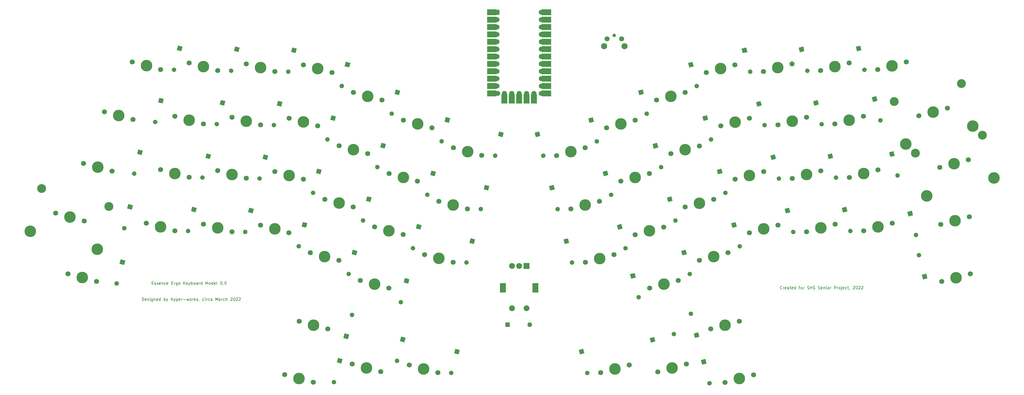
<source format=gts>
%TF.GenerationSoftware,KiCad,Pcbnew,(5.1.9)-1*%
%TF.CreationDate,2022-03-20T18:04:18-04:00*%
%TF.ProjectId,essence-pcb-rev_1,65737365-6e63-4652-9d70-63622d726576,rev?*%
%TF.SameCoordinates,Original*%
%TF.FileFunction,Soldermask,Top*%
%TF.FilePolarity,Negative*%
%FSLAX46Y46*%
G04 Gerber Fmt 4.6, Leading zero omitted, Abs format (unit mm)*
G04 Created by KiCad (PCBNEW (5.1.9)-1) date 2022-03-20 18:04:18*
%MOMM*%
%LPD*%
G01*
G04 APERTURE LIST*
%ADD10C,0.150000*%
%ADD11C,1.200000*%
%ADD12C,2.100000*%
%ADD13C,1.750000*%
%ADD14R,2.000000X3.250000*%
%ADD15R,3.250000X2.000000*%
%ADD16C,1.752600*%
%ADD17R,1.752600X1.752600*%
%ADD18C,2.000000*%
%ADD19R,2.000000X3.200000*%
%ADD20R,2.000000X2.000000*%
%ADD21C,3.987800*%
%ADD22C,3.048000*%
%ADD23O,1.600000X1.600000*%
%ADD24R,1.600000X1.600000*%
%ADD25C,0.100000*%
G04 APERTURE END LIST*
D10*
X84719047Y-134596130D02*
X84719047Y-133596130D01*
X84957142Y-133596130D01*
X85100000Y-133643750D01*
X85195238Y-133738988D01*
X85242857Y-133834226D01*
X85290476Y-134024702D01*
X85290476Y-134167559D01*
X85242857Y-134358035D01*
X85195238Y-134453273D01*
X85100000Y-134548511D01*
X84957142Y-134596130D01*
X84719047Y-134596130D01*
X86100000Y-134548511D02*
X86004761Y-134596130D01*
X85814285Y-134596130D01*
X85719047Y-134548511D01*
X85671428Y-134453273D01*
X85671428Y-134072321D01*
X85719047Y-133977083D01*
X85814285Y-133929464D01*
X86004761Y-133929464D01*
X86100000Y-133977083D01*
X86147619Y-134072321D01*
X86147619Y-134167559D01*
X85671428Y-134262797D01*
X86528571Y-134548511D02*
X86623809Y-134596130D01*
X86814285Y-134596130D01*
X86909523Y-134548511D01*
X86957142Y-134453273D01*
X86957142Y-134405654D01*
X86909523Y-134310416D01*
X86814285Y-134262797D01*
X86671428Y-134262797D01*
X86576190Y-134215178D01*
X86528571Y-134119940D01*
X86528571Y-134072321D01*
X86576190Y-133977083D01*
X86671428Y-133929464D01*
X86814285Y-133929464D01*
X86909523Y-133977083D01*
X87385714Y-134596130D02*
X87385714Y-133929464D01*
X87385714Y-133596130D02*
X87338095Y-133643750D01*
X87385714Y-133691369D01*
X87433333Y-133643750D01*
X87385714Y-133596130D01*
X87385714Y-133691369D01*
X88290476Y-133929464D02*
X88290476Y-134738988D01*
X88242857Y-134834226D01*
X88195238Y-134881845D01*
X88100000Y-134929464D01*
X87957142Y-134929464D01*
X87861904Y-134881845D01*
X88290476Y-134548511D02*
X88195238Y-134596130D01*
X88004761Y-134596130D01*
X87909523Y-134548511D01*
X87861904Y-134500892D01*
X87814285Y-134405654D01*
X87814285Y-134119940D01*
X87861904Y-134024702D01*
X87909523Y-133977083D01*
X88004761Y-133929464D01*
X88195238Y-133929464D01*
X88290476Y-133977083D01*
X88766666Y-133929464D02*
X88766666Y-134596130D01*
X88766666Y-134024702D02*
X88814285Y-133977083D01*
X88909523Y-133929464D01*
X89052380Y-133929464D01*
X89147619Y-133977083D01*
X89195238Y-134072321D01*
X89195238Y-134596130D01*
X90052380Y-134548511D02*
X89957142Y-134596130D01*
X89766666Y-134596130D01*
X89671428Y-134548511D01*
X89623809Y-134453273D01*
X89623809Y-134072321D01*
X89671428Y-133977083D01*
X89766666Y-133929464D01*
X89957142Y-133929464D01*
X90052380Y-133977083D01*
X90100000Y-134072321D01*
X90100000Y-134167559D01*
X89623809Y-134262797D01*
X90957142Y-134596130D02*
X90957142Y-133596130D01*
X90957142Y-134548511D02*
X90861904Y-134596130D01*
X90671428Y-134596130D01*
X90576190Y-134548511D01*
X90528571Y-134500892D01*
X90480952Y-134405654D01*
X90480952Y-134119940D01*
X90528571Y-134024702D01*
X90576190Y-133977083D01*
X90671428Y-133929464D01*
X90861904Y-133929464D01*
X90957142Y-133977083D01*
X92195238Y-134596130D02*
X92195238Y-133596130D01*
X92195238Y-133977083D02*
X92290476Y-133929464D01*
X92480952Y-133929464D01*
X92576190Y-133977083D01*
X92623809Y-134024702D01*
X92671428Y-134119940D01*
X92671428Y-134405654D01*
X92623809Y-134500892D01*
X92576190Y-134548511D01*
X92480952Y-134596130D01*
X92290476Y-134596130D01*
X92195238Y-134548511D01*
X93004761Y-133929464D02*
X93242857Y-134596130D01*
X93480952Y-133929464D02*
X93242857Y-134596130D01*
X93147619Y-134834226D01*
X93100000Y-134881845D01*
X93004761Y-134929464D01*
X94623809Y-134596130D02*
X94623809Y-133596130D01*
X94623809Y-134072321D02*
X95195238Y-134072321D01*
X95195238Y-134596130D02*
X95195238Y-133596130D01*
X95576190Y-133929464D02*
X95814285Y-134596130D01*
X96052380Y-133929464D02*
X95814285Y-134596130D01*
X95719047Y-134834226D01*
X95671428Y-134881845D01*
X95576190Y-134929464D01*
X96433333Y-133929464D02*
X96433333Y-134929464D01*
X96433333Y-133977083D02*
X96528571Y-133929464D01*
X96719047Y-133929464D01*
X96814285Y-133977083D01*
X96861904Y-134024702D01*
X96909523Y-134119940D01*
X96909523Y-134405654D01*
X96861904Y-134500892D01*
X96814285Y-134548511D01*
X96719047Y-134596130D01*
X96528571Y-134596130D01*
X96433333Y-134548511D01*
X97719047Y-134548511D02*
X97623809Y-134596130D01*
X97433333Y-134596130D01*
X97338095Y-134548511D01*
X97290476Y-134453273D01*
X97290476Y-134072321D01*
X97338095Y-133977083D01*
X97433333Y-133929464D01*
X97623809Y-133929464D01*
X97719047Y-133977083D01*
X97766666Y-134072321D01*
X97766666Y-134167559D01*
X97290476Y-134262797D01*
X98195238Y-134596130D02*
X98195238Y-133929464D01*
X98195238Y-134119940D02*
X98242857Y-134024702D01*
X98290476Y-133977083D01*
X98385714Y-133929464D01*
X98480952Y-133929464D01*
X98814285Y-134215178D02*
X99576190Y-134215178D01*
X99957142Y-133929464D02*
X100147619Y-134596130D01*
X100338095Y-134119940D01*
X100528571Y-134596130D01*
X100719047Y-133929464D01*
X101242857Y-134596130D02*
X101147619Y-134548511D01*
X101100000Y-134500892D01*
X101052380Y-134405654D01*
X101052380Y-134119940D01*
X101100000Y-134024702D01*
X101147619Y-133977083D01*
X101242857Y-133929464D01*
X101385714Y-133929464D01*
X101480952Y-133977083D01*
X101528571Y-134024702D01*
X101576190Y-134119940D01*
X101576190Y-134405654D01*
X101528571Y-134500892D01*
X101480952Y-134548511D01*
X101385714Y-134596130D01*
X101242857Y-134596130D01*
X102004761Y-134596130D02*
X102004761Y-133929464D01*
X102004761Y-134119940D02*
X102052380Y-134024702D01*
X102100000Y-133977083D01*
X102195238Y-133929464D01*
X102290476Y-133929464D01*
X102623809Y-134596130D02*
X102623809Y-133596130D01*
X102719047Y-134215178D02*
X103004761Y-134596130D01*
X103004761Y-133929464D02*
X102623809Y-134310416D01*
X103385714Y-134548511D02*
X103480952Y-134596130D01*
X103671428Y-134596130D01*
X103766666Y-134548511D01*
X103814285Y-134453273D01*
X103814285Y-134405654D01*
X103766666Y-134310416D01*
X103671428Y-134262797D01*
X103528571Y-134262797D01*
X103433333Y-134215178D01*
X103385714Y-134119940D01*
X103385714Y-134072321D01*
X103433333Y-133977083D01*
X103528571Y-133929464D01*
X103671428Y-133929464D01*
X103766666Y-133977083D01*
X104290476Y-134548511D02*
X104290476Y-134596130D01*
X104242857Y-134691369D01*
X104195238Y-134738988D01*
X105909523Y-134548511D02*
X105814285Y-134596130D01*
X105623809Y-134596130D01*
X105528571Y-134548511D01*
X105480952Y-134500892D01*
X105433333Y-134405654D01*
X105433333Y-134119940D01*
X105480952Y-134024702D01*
X105528571Y-133977083D01*
X105623809Y-133929464D01*
X105814285Y-133929464D01*
X105909523Y-133977083D01*
X106338095Y-134596130D02*
X106338095Y-133929464D01*
X106338095Y-133596130D02*
X106290476Y-133643750D01*
X106338095Y-133691369D01*
X106385714Y-133643750D01*
X106338095Y-133596130D01*
X106338095Y-133691369D01*
X106814285Y-134596130D02*
X106814285Y-133929464D01*
X106814285Y-134119940D02*
X106861904Y-134024702D01*
X106909523Y-133977083D01*
X107004761Y-133929464D01*
X107100000Y-133929464D01*
X107861904Y-134548511D02*
X107766666Y-134596130D01*
X107576190Y-134596130D01*
X107480952Y-134548511D01*
X107433333Y-134500892D01*
X107385714Y-134405654D01*
X107385714Y-134119940D01*
X107433333Y-134024702D01*
X107480952Y-133977083D01*
X107576190Y-133929464D01*
X107766666Y-133929464D01*
X107861904Y-133977083D01*
X108719047Y-134596130D02*
X108719047Y-134072321D01*
X108671428Y-133977083D01*
X108576190Y-133929464D01*
X108385714Y-133929464D01*
X108290476Y-133977083D01*
X108719047Y-134548511D02*
X108623809Y-134596130D01*
X108385714Y-134596130D01*
X108290476Y-134548511D01*
X108242857Y-134453273D01*
X108242857Y-134358035D01*
X108290476Y-134262797D01*
X108385714Y-134215178D01*
X108623809Y-134215178D01*
X108719047Y-134167559D01*
X109957142Y-134596130D02*
X109957142Y-133596130D01*
X110290476Y-134310416D01*
X110623809Y-133596130D01*
X110623809Y-134596130D01*
X111528571Y-134596130D02*
X111528571Y-134072321D01*
X111480952Y-133977083D01*
X111385714Y-133929464D01*
X111195238Y-133929464D01*
X111100000Y-133977083D01*
X111528571Y-134548511D02*
X111433333Y-134596130D01*
X111195238Y-134596130D01*
X111100000Y-134548511D01*
X111052380Y-134453273D01*
X111052380Y-134358035D01*
X111100000Y-134262797D01*
X111195238Y-134215178D01*
X111433333Y-134215178D01*
X111528571Y-134167559D01*
X112004761Y-134596130D02*
X112004761Y-133929464D01*
X112004761Y-134119940D02*
X112052380Y-134024702D01*
X112100000Y-133977083D01*
X112195238Y-133929464D01*
X112290476Y-133929464D01*
X113052380Y-134548511D02*
X112957142Y-134596130D01*
X112766666Y-134596130D01*
X112671428Y-134548511D01*
X112623809Y-134500892D01*
X112576190Y-134405654D01*
X112576190Y-134119940D01*
X112623809Y-134024702D01*
X112671428Y-133977083D01*
X112766666Y-133929464D01*
X112957142Y-133929464D01*
X113052380Y-133977083D01*
X113480952Y-134596130D02*
X113480952Y-133596130D01*
X113909523Y-134596130D02*
X113909523Y-134072321D01*
X113861904Y-133977083D01*
X113766666Y-133929464D01*
X113623809Y-133929464D01*
X113528571Y-133977083D01*
X113480952Y-134024702D01*
X115100000Y-133691369D02*
X115147619Y-133643750D01*
X115242857Y-133596130D01*
X115480952Y-133596130D01*
X115576190Y-133643750D01*
X115623809Y-133691369D01*
X115671428Y-133786607D01*
X115671428Y-133881845D01*
X115623809Y-134024702D01*
X115052380Y-134596130D01*
X115671428Y-134596130D01*
X116290476Y-133596130D02*
X116385714Y-133596130D01*
X116480952Y-133643750D01*
X116528571Y-133691369D01*
X116576190Y-133786607D01*
X116623809Y-133977083D01*
X116623809Y-134215178D01*
X116576190Y-134405654D01*
X116528571Y-134500892D01*
X116480952Y-134548511D01*
X116385714Y-134596130D01*
X116290476Y-134596130D01*
X116195238Y-134548511D01*
X116147619Y-134500892D01*
X116100000Y-134405654D01*
X116052380Y-134215178D01*
X116052380Y-133977083D01*
X116100000Y-133786607D01*
X116147619Y-133691369D01*
X116195238Y-133643750D01*
X116290476Y-133596130D01*
X117004761Y-133691369D02*
X117052380Y-133643750D01*
X117147619Y-133596130D01*
X117385714Y-133596130D01*
X117480952Y-133643750D01*
X117528571Y-133691369D01*
X117576190Y-133786607D01*
X117576190Y-133881845D01*
X117528571Y-134024702D01*
X116957142Y-134596130D01*
X117576190Y-134596130D01*
X117957142Y-133691369D02*
X118004761Y-133643750D01*
X118100000Y-133596130D01*
X118338095Y-133596130D01*
X118433333Y-133643750D01*
X118480952Y-133691369D01*
X118528571Y-133786607D01*
X118528571Y-133881845D01*
X118480952Y-134024702D01*
X117909523Y-134596130D01*
X118528571Y-134596130D01*
X88068154Y-128516071D02*
X88401488Y-128516071D01*
X88544345Y-129039880D02*
X88068154Y-129039880D01*
X88068154Y-128039880D01*
X88544345Y-128039880D01*
X88925297Y-128992261D02*
X89020535Y-129039880D01*
X89211011Y-129039880D01*
X89306250Y-128992261D01*
X89353869Y-128897023D01*
X89353869Y-128849404D01*
X89306250Y-128754166D01*
X89211011Y-128706547D01*
X89068154Y-128706547D01*
X88972916Y-128658928D01*
X88925297Y-128563690D01*
X88925297Y-128516071D01*
X88972916Y-128420833D01*
X89068154Y-128373214D01*
X89211011Y-128373214D01*
X89306250Y-128420833D01*
X89734821Y-128992261D02*
X89830059Y-129039880D01*
X90020535Y-129039880D01*
X90115773Y-128992261D01*
X90163392Y-128897023D01*
X90163392Y-128849404D01*
X90115773Y-128754166D01*
X90020535Y-128706547D01*
X89877678Y-128706547D01*
X89782440Y-128658928D01*
X89734821Y-128563690D01*
X89734821Y-128516071D01*
X89782440Y-128420833D01*
X89877678Y-128373214D01*
X90020535Y-128373214D01*
X90115773Y-128420833D01*
X90972916Y-128992261D02*
X90877678Y-129039880D01*
X90687202Y-129039880D01*
X90591964Y-128992261D01*
X90544345Y-128897023D01*
X90544345Y-128516071D01*
X90591964Y-128420833D01*
X90687202Y-128373214D01*
X90877678Y-128373214D01*
X90972916Y-128420833D01*
X91020535Y-128516071D01*
X91020535Y-128611309D01*
X90544345Y-128706547D01*
X91449107Y-128373214D02*
X91449107Y-129039880D01*
X91449107Y-128468452D02*
X91496726Y-128420833D01*
X91591964Y-128373214D01*
X91734821Y-128373214D01*
X91830059Y-128420833D01*
X91877678Y-128516071D01*
X91877678Y-129039880D01*
X92782440Y-128992261D02*
X92687202Y-129039880D01*
X92496726Y-129039880D01*
X92401488Y-128992261D01*
X92353869Y-128944642D01*
X92306250Y-128849404D01*
X92306250Y-128563690D01*
X92353869Y-128468452D01*
X92401488Y-128420833D01*
X92496726Y-128373214D01*
X92687202Y-128373214D01*
X92782440Y-128420833D01*
X93591964Y-128992261D02*
X93496726Y-129039880D01*
X93306250Y-129039880D01*
X93211011Y-128992261D01*
X93163392Y-128897023D01*
X93163392Y-128516071D01*
X93211011Y-128420833D01*
X93306250Y-128373214D01*
X93496726Y-128373214D01*
X93591964Y-128420833D01*
X93639583Y-128516071D01*
X93639583Y-128611309D01*
X93163392Y-128706547D01*
X94830059Y-128516071D02*
X95163392Y-128516071D01*
X95306250Y-129039880D02*
X94830059Y-129039880D01*
X94830059Y-128039880D01*
X95306250Y-128039880D01*
X95734821Y-129039880D02*
X95734821Y-128373214D01*
X95734821Y-128563690D02*
X95782440Y-128468452D01*
X95830059Y-128420833D01*
X95925297Y-128373214D01*
X96020535Y-128373214D01*
X96782440Y-128373214D02*
X96782440Y-129182738D01*
X96734821Y-129277976D01*
X96687202Y-129325595D01*
X96591964Y-129373214D01*
X96449107Y-129373214D01*
X96353869Y-129325595D01*
X96782440Y-128992261D02*
X96687202Y-129039880D01*
X96496726Y-129039880D01*
X96401488Y-128992261D01*
X96353869Y-128944642D01*
X96306250Y-128849404D01*
X96306250Y-128563690D01*
X96353869Y-128468452D01*
X96401488Y-128420833D01*
X96496726Y-128373214D01*
X96687202Y-128373214D01*
X96782440Y-128420833D01*
X97401488Y-129039880D02*
X97306250Y-128992261D01*
X97258630Y-128944642D01*
X97211011Y-128849404D01*
X97211011Y-128563690D01*
X97258630Y-128468452D01*
X97306250Y-128420833D01*
X97401488Y-128373214D01*
X97544345Y-128373214D01*
X97639583Y-128420833D01*
X97687202Y-128468452D01*
X97734821Y-128563690D01*
X97734821Y-128849404D01*
X97687202Y-128944642D01*
X97639583Y-128992261D01*
X97544345Y-129039880D01*
X97401488Y-129039880D01*
X98925297Y-129039880D02*
X98925297Y-128039880D01*
X99496726Y-129039880D02*
X99068154Y-128468452D01*
X99496726Y-128039880D02*
X98925297Y-128611309D01*
X100306250Y-128992261D02*
X100211011Y-129039880D01*
X100020535Y-129039880D01*
X99925297Y-128992261D01*
X99877678Y-128897023D01*
X99877678Y-128516071D01*
X99925297Y-128420833D01*
X100020535Y-128373214D01*
X100211011Y-128373214D01*
X100306250Y-128420833D01*
X100353869Y-128516071D01*
X100353869Y-128611309D01*
X99877678Y-128706547D01*
X100687202Y-128373214D02*
X100925297Y-129039880D01*
X101163392Y-128373214D02*
X100925297Y-129039880D01*
X100830059Y-129277976D01*
X100782440Y-129325595D01*
X100687202Y-129373214D01*
X101544345Y-129039880D02*
X101544345Y-128039880D01*
X101544345Y-128420833D02*
X101639583Y-128373214D01*
X101830059Y-128373214D01*
X101925297Y-128420833D01*
X101972916Y-128468452D01*
X102020535Y-128563690D01*
X102020535Y-128849404D01*
X101972916Y-128944642D01*
X101925297Y-128992261D01*
X101830059Y-129039880D01*
X101639583Y-129039880D01*
X101544345Y-128992261D01*
X102591964Y-129039880D02*
X102496726Y-128992261D01*
X102449107Y-128944642D01*
X102401488Y-128849404D01*
X102401488Y-128563690D01*
X102449107Y-128468452D01*
X102496726Y-128420833D01*
X102591964Y-128373214D01*
X102734821Y-128373214D01*
X102830059Y-128420833D01*
X102877678Y-128468452D01*
X102925297Y-128563690D01*
X102925297Y-128849404D01*
X102877678Y-128944642D01*
X102830059Y-128992261D01*
X102734821Y-129039880D01*
X102591964Y-129039880D01*
X103782440Y-129039880D02*
X103782440Y-128516071D01*
X103734821Y-128420833D01*
X103639583Y-128373214D01*
X103449107Y-128373214D01*
X103353869Y-128420833D01*
X103782440Y-128992261D02*
X103687202Y-129039880D01*
X103449107Y-129039880D01*
X103353869Y-128992261D01*
X103306250Y-128897023D01*
X103306250Y-128801785D01*
X103353869Y-128706547D01*
X103449107Y-128658928D01*
X103687202Y-128658928D01*
X103782440Y-128611309D01*
X104258630Y-129039880D02*
X104258630Y-128373214D01*
X104258630Y-128563690D02*
X104306250Y-128468452D01*
X104353869Y-128420833D01*
X104449107Y-128373214D01*
X104544345Y-128373214D01*
X105306250Y-129039880D02*
X105306250Y-128039880D01*
X105306250Y-128992261D02*
X105211011Y-129039880D01*
X105020535Y-129039880D01*
X104925297Y-128992261D01*
X104877678Y-128944642D01*
X104830059Y-128849404D01*
X104830059Y-128563690D01*
X104877678Y-128468452D01*
X104925297Y-128420833D01*
X105020535Y-128373214D01*
X105211011Y-128373214D01*
X105306250Y-128420833D01*
X106544345Y-129039880D02*
X106544345Y-128039880D01*
X106877678Y-128754166D01*
X107211011Y-128039880D01*
X107211011Y-129039880D01*
X107830059Y-129039880D02*
X107734821Y-128992261D01*
X107687202Y-128944642D01*
X107639583Y-128849404D01*
X107639583Y-128563690D01*
X107687202Y-128468452D01*
X107734821Y-128420833D01*
X107830059Y-128373214D01*
X107972916Y-128373214D01*
X108068154Y-128420833D01*
X108115773Y-128468452D01*
X108163392Y-128563690D01*
X108163392Y-128849404D01*
X108115773Y-128944642D01*
X108068154Y-128992261D01*
X107972916Y-129039880D01*
X107830059Y-129039880D01*
X109020535Y-129039880D02*
X109020535Y-128039880D01*
X109020535Y-128992261D02*
X108925297Y-129039880D01*
X108734821Y-129039880D01*
X108639583Y-128992261D01*
X108591964Y-128944642D01*
X108544345Y-128849404D01*
X108544345Y-128563690D01*
X108591964Y-128468452D01*
X108639583Y-128420833D01*
X108734821Y-128373214D01*
X108925297Y-128373214D01*
X109020535Y-128420833D01*
X109877678Y-128992261D02*
X109782440Y-129039880D01*
X109591964Y-129039880D01*
X109496726Y-128992261D01*
X109449107Y-128897023D01*
X109449107Y-128516071D01*
X109496726Y-128420833D01*
X109591964Y-128373214D01*
X109782440Y-128373214D01*
X109877678Y-128420833D01*
X109925297Y-128516071D01*
X109925297Y-128611309D01*
X109449107Y-128706547D01*
X110496726Y-129039880D02*
X110401488Y-128992261D01*
X110353869Y-128897023D01*
X110353869Y-128039880D01*
X111830059Y-128039880D02*
X111925297Y-128039880D01*
X112020535Y-128087500D01*
X112068154Y-128135119D01*
X112115773Y-128230357D01*
X112163392Y-128420833D01*
X112163392Y-128658928D01*
X112115773Y-128849404D01*
X112068154Y-128944642D01*
X112020535Y-128992261D01*
X111925297Y-129039880D01*
X111830059Y-129039880D01*
X111734821Y-128992261D01*
X111687202Y-128944642D01*
X111639583Y-128849404D01*
X111591964Y-128658928D01*
X111591964Y-128420833D01*
X111639583Y-128230357D01*
X111687202Y-128135119D01*
X111734821Y-128087500D01*
X111830059Y-128039880D01*
X112591964Y-128944642D02*
X112639583Y-128992261D01*
X112591964Y-129039880D01*
X112544345Y-128992261D01*
X112591964Y-128944642D01*
X112591964Y-129039880D01*
X113258630Y-128039880D02*
X113353869Y-128039880D01*
X113449107Y-128087500D01*
X113496726Y-128135119D01*
X113544345Y-128230357D01*
X113591964Y-128420833D01*
X113591964Y-128658928D01*
X113544345Y-128849404D01*
X113496726Y-128944642D01*
X113449107Y-128992261D01*
X113353869Y-129039880D01*
X113258630Y-129039880D01*
X113163392Y-128992261D01*
X113115773Y-128944642D01*
X113068154Y-128849404D01*
X113020535Y-128658928D01*
X113020535Y-128420833D01*
X113068154Y-128230357D01*
X113115773Y-128135119D01*
X113163392Y-128087500D01*
X113258630Y-128039880D01*
X304674702Y-130532142D02*
X304627083Y-130579761D01*
X304484226Y-130627380D01*
X304388988Y-130627380D01*
X304246130Y-130579761D01*
X304150892Y-130484523D01*
X304103273Y-130389285D01*
X304055654Y-130198809D01*
X304055654Y-130055952D01*
X304103273Y-129865476D01*
X304150892Y-129770238D01*
X304246130Y-129675000D01*
X304388988Y-129627380D01*
X304484226Y-129627380D01*
X304627083Y-129675000D01*
X304674702Y-129722619D01*
X305103273Y-130627380D02*
X305103273Y-129960714D01*
X305103273Y-130151190D02*
X305150892Y-130055952D01*
X305198511Y-130008333D01*
X305293750Y-129960714D01*
X305388988Y-129960714D01*
X306103273Y-130579761D02*
X306008035Y-130627380D01*
X305817559Y-130627380D01*
X305722321Y-130579761D01*
X305674702Y-130484523D01*
X305674702Y-130103571D01*
X305722321Y-130008333D01*
X305817559Y-129960714D01*
X306008035Y-129960714D01*
X306103273Y-130008333D01*
X306150892Y-130103571D01*
X306150892Y-130198809D01*
X305674702Y-130294047D01*
X307008035Y-130627380D02*
X307008035Y-130103571D01*
X306960416Y-130008333D01*
X306865178Y-129960714D01*
X306674702Y-129960714D01*
X306579464Y-130008333D01*
X307008035Y-130579761D02*
X306912797Y-130627380D01*
X306674702Y-130627380D01*
X306579464Y-130579761D01*
X306531845Y-130484523D01*
X306531845Y-130389285D01*
X306579464Y-130294047D01*
X306674702Y-130246428D01*
X306912797Y-130246428D01*
X307008035Y-130198809D01*
X307341369Y-129960714D02*
X307722321Y-129960714D01*
X307484226Y-129627380D02*
X307484226Y-130484523D01*
X307531845Y-130579761D01*
X307627083Y-130627380D01*
X307722321Y-130627380D01*
X308436607Y-130579761D02*
X308341369Y-130627380D01*
X308150892Y-130627380D01*
X308055654Y-130579761D01*
X308008035Y-130484523D01*
X308008035Y-130103571D01*
X308055654Y-130008333D01*
X308150892Y-129960714D01*
X308341369Y-129960714D01*
X308436607Y-130008333D01*
X308484226Y-130103571D01*
X308484226Y-130198809D01*
X308008035Y-130294047D01*
X309341369Y-130627380D02*
X309341369Y-129627380D01*
X309341369Y-130579761D02*
X309246130Y-130627380D01*
X309055654Y-130627380D01*
X308960416Y-130579761D01*
X308912797Y-130532142D01*
X308865178Y-130436904D01*
X308865178Y-130151190D01*
X308912797Y-130055952D01*
X308960416Y-130008333D01*
X309055654Y-129960714D01*
X309246130Y-129960714D01*
X309341369Y-130008333D01*
X310436607Y-129960714D02*
X310817559Y-129960714D01*
X310579464Y-130627380D02*
X310579464Y-129770238D01*
X310627083Y-129675000D01*
X310722321Y-129627380D01*
X310817559Y-129627380D01*
X311293750Y-130627380D02*
X311198511Y-130579761D01*
X311150892Y-130532142D01*
X311103273Y-130436904D01*
X311103273Y-130151190D01*
X311150892Y-130055952D01*
X311198511Y-130008333D01*
X311293750Y-129960714D01*
X311436607Y-129960714D01*
X311531845Y-130008333D01*
X311579464Y-130055952D01*
X311627083Y-130151190D01*
X311627083Y-130436904D01*
X311579464Y-130532142D01*
X311531845Y-130579761D01*
X311436607Y-130627380D01*
X311293750Y-130627380D01*
X312055654Y-130627380D02*
X312055654Y-129960714D01*
X312055654Y-130151190D02*
X312103273Y-130055952D01*
X312150892Y-130008333D01*
X312246130Y-129960714D01*
X312341369Y-129960714D01*
X313388988Y-130579761D02*
X313531845Y-130627380D01*
X313769940Y-130627380D01*
X313865178Y-130579761D01*
X313912797Y-130532142D01*
X313960416Y-130436904D01*
X313960416Y-130341666D01*
X313912797Y-130246428D01*
X313865178Y-130198809D01*
X313769940Y-130151190D01*
X313579464Y-130103571D01*
X313484226Y-130055952D01*
X313436607Y-130008333D01*
X313388988Y-129913095D01*
X313388988Y-129817857D01*
X313436607Y-129722619D01*
X313484226Y-129675000D01*
X313579464Y-129627380D01*
X313817559Y-129627380D01*
X313960416Y-129675000D01*
X314388988Y-130627380D02*
X314388988Y-129627380D01*
X314388988Y-130103571D02*
X314960416Y-130103571D01*
X314960416Y-130627380D02*
X314960416Y-129627380D01*
X315388988Y-130579761D02*
X315531845Y-130627380D01*
X315769940Y-130627380D01*
X315865178Y-130579761D01*
X315912797Y-130532142D01*
X315960416Y-130436904D01*
X315960416Y-130341666D01*
X315912797Y-130246428D01*
X315865178Y-130198809D01*
X315769940Y-130151190D01*
X315579464Y-130103571D01*
X315484226Y-130055952D01*
X315436607Y-130008333D01*
X315388988Y-129913095D01*
X315388988Y-129817857D01*
X315436607Y-129722619D01*
X315484226Y-129675000D01*
X315579464Y-129627380D01*
X315817559Y-129627380D01*
X315960416Y-129675000D01*
X317103273Y-130579761D02*
X317246130Y-130627380D01*
X317484226Y-130627380D01*
X317579464Y-130579761D01*
X317627083Y-130532142D01*
X317674702Y-130436904D01*
X317674702Y-130341666D01*
X317627083Y-130246428D01*
X317579464Y-130198809D01*
X317484226Y-130151190D01*
X317293750Y-130103571D01*
X317198511Y-130055952D01*
X317150892Y-130008333D01*
X317103273Y-129913095D01*
X317103273Y-129817857D01*
X317150892Y-129722619D01*
X317198511Y-129675000D01*
X317293750Y-129627380D01*
X317531845Y-129627380D01*
X317674702Y-129675000D01*
X318484226Y-130579761D02*
X318388988Y-130627380D01*
X318198511Y-130627380D01*
X318103273Y-130579761D01*
X318055654Y-130484523D01*
X318055654Y-130103571D01*
X318103273Y-130008333D01*
X318198511Y-129960714D01*
X318388988Y-129960714D01*
X318484226Y-130008333D01*
X318531845Y-130103571D01*
X318531845Y-130198809D01*
X318055654Y-130294047D01*
X318960416Y-129960714D02*
X318960416Y-130627380D01*
X318960416Y-130055952D02*
X319008035Y-130008333D01*
X319103273Y-129960714D01*
X319246130Y-129960714D01*
X319341369Y-130008333D01*
X319388988Y-130103571D01*
X319388988Y-130627380D01*
X319865178Y-130627380D02*
X319865178Y-129960714D01*
X319865178Y-129627380D02*
X319817559Y-129675000D01*
X319865178Y-129722619D01*
X319912797Y-129675000D01*
X319865178Y-129627380D01*
X319865178Y-129722619D01*
X320484226Y-130627380D02*
X320388988Y-130579761D01*
X320341369Y-130532142D01*
X320293750Y-130436904D01*
X320293750Y-130151190D01*
X320341369Y-130055952D01*
X320388988Y-130008333D01*
X320484226Y-129960714D01*
X320627083Y-129960714D01*
X320722321Y-130008333D01*
X320769940Y-130055952D01*
X320817559Y-130151190D01*
X320817559Y-130436904D01*
X320769940Y-130532142D01*
X320722321Y-130579761D01*
X320627083Y-130627380D01*
X320484226Y-130627380D01*
X321246130Y-130627380D02*
X321246130Y-129960714D01*
X321246130Y-130151190D02*
X321293750Y-130055952D01*
X321341369Y-130008333D01*
X321436607Y-129960714D01*
X321531845Y-129960714D01*
X322627083Y-130627380D02*
X322627083Y-129627380D01*
X323008035Y-129627380D01*
X323103273Y-129675000D01*
X323150892Y-129722619D01*
X323198511Y-129817857D01*
X323198511Y-129960714D01*
X323150892Y-130055952D01*
X323103273Y-130103571D01*
X323008035Y-130151190D01*
X322627083Y-130151190D01*
X323627083Y-130627380D02*
X323627083Y-129960714D01*
X323627083Y-130151190D02*
X323674702Y-130055952D01*
X323722321Y-130008333D01*
X323817559Y-129960714D01*
X323912797Y-129960714D01*
X324388988Y-130627380D02*
X324293750Y-130579761D01*
X324246130Y-130532142D01*
X324198511Y-130436904D01*
X324198511Y-130151190D01*
X324246130Y-130055952D01*
X324293750Y-130008333D01*
X324388988Y-129960714D01*
X324531845Y-129960714D01*
X324627083Y-130008333D01*
X324674702Y-130055952D01*
X324722321Y-130151190D01*
X324722321Y-130436904D01*
X324674702Y-130532142D01*
X324627083Y-130579761D01*
X324531845Y-130627380D01*
X324388988Y-130627380D01*
X325150892Y-129960714D02*
X325150892Y-130817857D01*
X325103273Y-130913095D01*
X325008035Y-130960714D01*
X324960416Y-130960714D01*
X325150892Y-129627380D02*
X325103273Y-129675000D01*
X325150892Y-129722619D01*
X325198511Y-129675000D01*
X325150892Y-129627380D01*
X325150892Y-129722619D01*
X326008035Y-130579761D02*
X325912797Y-130627380D01*
X325722321Y-130627380D01*
X325627083Y-130579761D01*
X325579464Y-130484523D01*
X325579464Y-130103571D01*
X325627083Y-130008333D01*
X325722321Y-129960714D01*
X325912797Y-129960714D01*
X326008035Y-130008333D01*
X326055654Y-130103571D01*
X326055654Y-130198809D01*
X325579464Y-130294047D01*
X326912797Y-130579761D02*
X326817559Y-130627380D01*
X326627083Y-130627380D01*
X326531845Y-130579761D01*
X326484226Y-130532142D01*
X326436607Y-130436904D01*
X326436607Y-130151190D01*
X326484226Y-130055952D01*
X326531845Y-130008333D01*
X326627083Y-129960714D01*
X326817559Y-129960714D01*
X326912797Y-130008333D01*
X327198511Y-129960714D02*
X327579464Y-129960714D01*
X327341369Y-129627380D02*
X327341369Y-130484523D01*
X327388988Y-130579761D01*
X327484226Y-130627380D01*
X327579464Y-130627380D01*
X327960416Y-130579761D02*
X327960416Y-130627380D01*
X327912797Y-130722619D01*
X327865178Y-130770238D01*
X329103273Y-129722619D02*
X329150892Y-129675000D01*
X329246130Y-129627380D01*
X329484226Y-129627380D01*
X329579464Y-129675000D01*
X329627083Y-129722619D01*
X329674702Y-129817857D01*
X329674702Y-129913095D01*
X329627083Y-130055952D01*
X329055654Y-130627380D01*
X329674702Y-130627380D01*
X330293750Y-129627380D02*
X330388988Y-129627380D01*
X330484226Y-129675000D01*
X330531845Y-129722619D01*
X330579464Y-129817857D01*
X330627083Y-130008333D01*
X330627083Y-130246428D01*
X330579464Y-130436904D01*
X330531845Y-130532142D01*
X330484226Y-130579761D01*
X330388988Y-130627380D01*
X330293750Y-130627380D01*
X330198511Y-130579761D01*
X330150892Y-130532142D01*
X330103273Y-130436904D01*
X330055654Y-130246428D01*
X330055654Y-130008333D01*
X330103273Y-129817857D01*
X330150892Y-129722619D01*
X330198511Y-129675000D01*
X330293750Y-129627380D01*
X331008035Y-129722619D02*
X331055654Y-129675000D01*
X331150892Y-129627380D01*
X331388988Y-129627380D01*
X331484226Y-129675000D01*
X331531845Y-129722619D01*
X331579464Y-129817857D01*
X331579464Y-129913095D01*
X331531845Y-130055952D01*
X330960416Y-130627380D01*
X331579464Y-130627380D01*
X331960416Y-129722619D02*
X332008035Y-129675000D01*
X332103273Y-129627380D01*
X332341369Y-129627380D01*
X332436607Y-129675000D01*
X332484226Y-129722619D01*
X332531845Y-129817857D01*
X332531845Y-129913095D01*
X332484226Y-130055952D01*
X331912797Y-130627380D01*
X332531845Y-130627380D01*
D11*
%TO.C,SW-Rst1*%
X246975000Y-43240000D03*
D12*
X243475000Y-46940000D03*
D13*
X244475000Y-44450000D03*
X249475000Y-44450000D03*
D12*
X250485000Y-46940000D03*
%TD*%
D14*
%TO.C,U1*%
X219392500Y-65087500D03*
X216852500Y-65087500D03*
X214312500Y-65087500D03*
X211772500Y-65087500D03*
X209232500Y-65087500D03*
D15*
X223710500Y-35242500D03*
X223710500Y-37782500D03*
X223710500Y-40322500D03*
X223710500Y-42862500D03*
X223710500Y-45402500D03*
X223710500Y-47942500D03*
X223710500Y-50482500D03*
X223710500Y-53022500D03*
X223710500Y-55562500D03*
X223710500Y-58102500D03*
X223710500Y-60642500D03*
X223710500Y-63182500D03*
X204914500Y-63182500D03*
X204914500Y-60642500D03*
X204914500Y-58102500D03*
X204914500Y-55562500D03*
X204914500Y-53022500D03*
X204914500Y-50482500D03*
X204914500Y-47942500D03*
X204914500Y-45402500D03*
X204914500Y-42862500D03*
X204914500Y-40322500D03*
X204914500Y-37782500D03*
X204914500Y-35242500D03*
D16*
X209232500Y-63182500D03*
X211772500Y-63182500D03*
X214312500Y-63182500D03*
X216852500Y-63182500D03*
X219392500Y-63182500D03*
X221932500Y-35242500D03*
X206921100Y-63182500D03*
X221932500Y-37782500D03*
X221932500Y-40322500D03*
X221932500Y-42862500D03*
X221932500Y-45402500D03*
X221932500Y-47942500D03*
X221932500Y-50482500D03*
X221932500Y-53022500D03*
X221932500Y-55562500D03*
X221932500Y-58102500D03*
X221932500Y-60642500D03*
X221932500Y-63182500D03*
X206692500Y-60642500D03*
X206692500Y-58102500D03*
X206692500Y-55562500D03*
X206692500Y-53022500D03*
X206692500Y-50482500D03*
X206692500Y-47942500D03*
X206692500Y-45402500D03*
X206692500Y-42862500D03*
X206692500Y-40322500D03*
X206692500Y-37782500D03*
D17*
X206692500Y-35242500D03*
%TD*%
D18*
%TO.C,SW1*%
X211812500Y-137175000D03*
X216812500Y-137175000D03*
D19*
X208712500Y-130175000D03*
X219912500Y-130175000D03*
D18*
X211812500Y-122675000D03*
X214312500Y-122675000D03*
D20*
X216812500Y-122675000D03*
%TD*%
D13*
%TO.C,MX-134*%
X369409991Y-125369233D03*
X359596185Y-127998835D03*
D21*
X364503088Y-126684034D03*
%TD*%
D13*
%TO.C,MX-133*%
X369079709Y-105735720D03*
X359265903Y-108365322D03*
D21*
X364172806Y-107050521D03*
%TD*%
%TO.C,MX-132*%
X377510299Y-92300945D03*
X354447854Y-98480508D03*
D22*
X373565896Y-77580235D03*
X350503451Y-83759799D03*
D13*
X368749428Y-86102208D03*
X358935622Y-88731810D03*
D21*
X363842525Y-87417009D03*
%TD*%
%TO.C,MX-131*%
X370279686Y-74516370D03*
X347217241Y-80695933D03*
D22*
X366335283Y-59795660D03*
X343272838Y-65975224D03*
D13*
X361518815Y-68317633D03*
X351705009Y-70947235D03*
D21*
X356611912Y-69632434D03*
%TD*%
D13*
%TO.C,MX-130*%
X347387868Y-52381998D03*
X337574062Y-55011600D03*
D21*
X342480965Y-53696799D03*
%TD*%
D13*
%TO.C,MX-123*%
X342545864Y-107914940D03*
X332732058Y-110544542D03*
D21*
X337638961Y-109229741D03*
%TD*%
D13*
%TO.C,MX-122*%
X337615361Y-89514053D03*
X327801555Y-92143655D03*
D21*
X332708458Y-90828854D03*
%TD*%
D13*
%TO.C,MX-121*%
X332684859Y-71113166D03*
X322871053Y-73742768D03*
D21*
X327777956Y-72427967D03*
%TD*%
D13*
%TO.C,MX-120*%
X327754356Y-52712279D03*
X317940550Y-55341881D03*
D21*
X322847453Y-54027080D03*
%TD*%
D13*
%TO.C,MX-113*%
X322912351Y-108245221D03*
X313098545Y-110874823D03*
D21*
X318005448Y-109560022D03*
%TD*%
D13*
%TO.C,MX-112*%
X317981849Y-89844334D03*
X308168043Y-92473936D03*
D21*
X313074946Y-91159135D03*
%TD*%
D13*
%TO.C,MX-111*%
X313051346Y-71443447D03*
X303237540Y-74073049D03*
D21*
X308144443Y-72758248D03*
%TD*%
D13*
%TO.C,MX-110*%
X308120843Y-53042560D03*
X298307037Y-55672162D03*
D21*
X303213940Y-54357361D03*
%TD*%
D13*
%TO.C,MX-104*%
X289973595Y-141723648D03*
X280159789Y-144353250D03*
D21*
X285066692Y-143038449D03*
%TD*%
D13*
%TO.C,MX-103*%
X303278839Y-108575502D03*
X293465033Y-111205104D03*
D21*
X298371936Y-109890303D03*
%TD*%
D13*
%TO.C,MX-102*%
X298348336Y-90174615D03*
X288534530Y-92804217D03*
D21*
X293441433Y-91489416D03*
%TD*%
D13*
%TO.C,MX-101*%
X293417833Y-71773728D03*
X283604027Y-74403330D03*
D21*
X288510930Y-73088529D03*
%TD*%
D13*
%TO.C,MX-100*%
X288487330Y-53372841D03*
X278673524Y-56002443D03*
D21*
X283580427Y-54687642D03*
%TD*%
D13*
%TO.C,MX-94*%
X294904098Y-160124535D03*
X285090292Y-162754137D03*
D21*
X289997195Y-161439336D03*
%TD*%
D13*
%TO.C,MX-93*%
X286110577Y-118106227D03*
X276296771Y-120735829D03*
D21*
X281203674Y-119421028D03*
%TD*%
D13*
%TO.C,MX-92*%
X281180075Y-99705340D03*
X271366269Y-102334942D03*
D21*
X276273172Y-101020141D03*
%TD*%
D13*
%TO.C,MX-91*%
X276249572Y-81304453D03*
X266435766Y-83934055D03*
D21*
X271342669Y-82619254D03*
%TD*%
D13*
%TO.C,MX-90*%
X271319069Y-62903566D03*
X261505263Y-65533168D03*
D21*
X266412166Y-64218367D03*
%TD*%
%TO.C,MX-84*%
X266830946Y-157785708D03*
D13*
X261924043Y-159100509D03*
X271737849Y-156470907D03*
%TD*%
%TO.C,MX-83*%
X268942316Y-127636951D03*
X259128510Y-130266553D03*
D21*
X264035413Y-128951752D03*
%TD*%
D13*
%TO.C,MX-82*%
X264011813Y-109236064D03*
X254198007Y-111865666D03*
D21*
X259104910Y-110550865D03*
%TD*%
D13*
%TO.C,MX-81*%
X259081311Y-90835177D03*
X249267505Y-93464779D03*
D21*
X254174408Y-92149978D03*
%TD*%
D13*
%TO.C,MX-80*%
X254150808Y-72434290D03*
X244337002Y-75063892D03*
D21*
X249243905Y-73749091D03*
%TD*%
%TO.C,MX-74*%
X247197433Y-158115989D03*
D13*
X242290530Y-159430790D03*
X252104336Y-156801188D03*
%TD*%
%TO.C,MX-72*%
X246843552Y-118766789D03*
X237029746Y-121396391D03*
D21*
X241936649Y-120081590D03*
%TD*%
D13*
%TO.C,MX-71*%
X241913049Y-100365902D03*
X232099243Y-102995504D03*
D21*
X237006146Y-101680703D03*
%TD*%
D13*
%TO.C,MX-70*%
X236982546Y-81965015D03*
X227168740Y-84594617D03*
D21*
X232075643Y-83279816D03*
%TD*%
%TO.C,MX-64*%
X181429867Y-158098519D03*
D13*
X176522964Y-156783718D03*
X186336770Y-159413320D03*
%TD*%
%TO.C,MX-62*%
X191597554Y-121378921D03*
X181783748Y-118749319D03*
D21*
X186690651Y-120064120D03*
%TD*%
D13*
%TO.C,MX-61*%
X196528057Y-102978034D03*
X186714251Y-100348432D03*
D21*
X191621154Y-101663233D03*
%TD*%
D13*
%TO.C,MX-60*%
X201458559Y-84577147D03*
X191644753Y-81947545D03*
D21*
X196551656Y-83262346D03*
%TD*%
%TO.C,MX-54*%
X161796354Y-157768238D03*
D13*
X156889451Y-156453437D03*
X166703257Y-159083039D03*
%TD*%
%TO.C,MX-53*%
X169498790Y-130249083D03*
X159684984Y-127619481D03*
D21*
X164591887Y-128934282D03*
%TD*%
D13*
%TO.C,MX-52*%
X174429293Y-111848196D03*
X164615487Y-109218594D03*
D21*
X169522390Y-110533395D03*
%TD*%
D13*
%TO.C,MX-51*%
X179359795Y-93447309D03*
X169545989Y-90817707D03*
D21*
X174452892Y-92132508D03*
%TD*%
D13*
%TO.C,MX-50*%
X184290298Y-75046422D03*
X174476492Y-72416820D03*
D21*
X179383395Y-73731621D03*
%TD*%
D13*
%TO.C,MX-44*%
X143537008Y-162736667D03*
X133723202Y-160107065D03*
D21*
X138630105Y-161421866D03*
%TD*%
D13*
%TO.C,MX-43*%
X152330528Y-120718358D03*
X142516722Y-118088756D03*
D21*
X147423625Y-119403557D03*
%TD*%
D13*
%TO.C,MX-42*%
X157261031Y-102317472D03*
X147447225Y-99687870D03*
D21*
X152354128Y-101002671D03*
%TD*%
D13*
%TO.C,MX-41*%
X162191534Y-83916585D03*
X152377728Y-81286983D03*
D21*
X157284631Y-82601784D03*
%TD*%
D13*
%TO.C,MX-40*%
X167122037Y-65515698D03*
X157308231Y-62886096D03*
D21*
X162215134Y-64200897D03*
%TD*%
D13*
%TO.C,MX-34*%
X148467511Y-144335780D03*
X138653705Y-141706178D03*
D21*
X143560608Y-143020979D03*
%TD*%
D13*
%TO.C,MX-33*%
X135162267Y-111187634D03*
X125348461Y-108558032D03*
D21*
X130255364Y-109872833D03*
%TD*%
D13*
%TO.C,MX-32*%
X140092770Y-92786747D03*
X130278964Y-90157145D03*
D21*
X135185867Y-91471946D03*
%TD*%
D13*
%TO.C,MX-31*%
X145023273Y-74385860D03*
X135209467Y-71756258D03*
D21*
X140116370Y-73071059D03*
%TD*%
D13*
%TO.C,MX-30*%
X149953776Y-55984973D03*
X140139970Y-53355371D03*
D21*
X145046873Y-54670172D03*
%TD*%
D13*
%TO.C,MX-23*%
X115528755Y-110857353D03*
X105714949Y-108227751D03*
D21*
X110621852Y-109542552D03*
%TD*%
D13*
%TO.C,MX-22*%
X120459257Y-92456466D03*
X110645451Y-89826864D03*
D21*
X115552354Y-91141665D03*
%TD*%
D13*
%TO.C,MX-21*%
X125389760Y-74055579D03*
X115575954Y-71425977D03*
D21*
X120482857Y-72740778D03*
%TD*%
D13*
%TO.C,MX-20*%
X130320263Y-55654692D03*
X120506457Y-53025090D03*
D21*
X125413360Y-54339891D03*
%TD*%
D13*
%TO.C,MX-13*%
X95895242Y-110527072D03*
X86081436Y-107897470D03*
D21*
X90988339Y-109212271D03*
%TD*%
D13*
%TO.C,MX-12*%
X100825745Y-92126185D03*
X91011939Y-89496583D03*
D21*
X95918842Y-90811384D03*
%TD*%
D13*
%TO.C,MX-11*%
X105756247Y-73725298D03*
X95942441Y-71095696D03*
D21*
X100849344Y-72410497D03*
%TD*%
D13*
%TO.C,MX-10*%
X110686750Y-55324411D03*
X100872944Y-52694809D03*
D21*
X105779847Y-54009610D03*
%TD*%
D13*
%TO.C,MX-4*%
X69031115Y-127981365D03*
X59217309Y-125351763D03*
D21*
X64124212Y-126666564D03*
%TD*%
%TO.C,MX-3*%
X69248943Y-116863924D03*
X46186498Y-110684361D03*
D22*
X73193346Y-102143215D03*
X50130901Y-95963651D03*
D13*
X64761175Y-107115226D03*
X54947369Y-104485624D03*
D21*
X59854272Y-105800425D03*
%TD*%
D13*
%TO.C,MX-2*%
X74291899Y-89946965D03*
X64478093Y-87317363D03*
D21*
X69384996Y-88632164D03*
%TD*%
D13*
%TO.C,MX-1*%
X81522513Y-72162391D03*
X71708707Y-69532789D03*
D21*
X76615610Y-70847590D03*
%TD*%
D13*
%TO.C,MX-0*%
X91053238Y-54994130D03*
X81239432Y-52364528D03*
D21*
X86146335Y-53679329D03*
%TD*%
D23*
%TO.C,D73(Encoder)1*%
X217963750Y-142875000D03*
D24*
X210343750Y-142875000D03*
%TD*%
%TO.C,D134*%
G36*
G01*
X351949044Y-119700294D02*
X351949044Y-119700294D01*
G75*
G02*
X350969248Y-119134608I-207055J772741D01*
G01*
X350969248Y-119134608D01*
G75*
G02*
X351534934Y-118154812I772741J207055D01*
G01*
X351534934Y-118154812D01*
G75*
G02*
X352514730Y-118720498I207055J-772741D01*
G01*
X352514730Y-118720498D01*
G75*
G02*
X351949044Y-119700294I-772741J-207055D01*
G01*
G37*
D25*
G36*
X354693986Y-126853593D02*
G01*
X353148505Y-127267704D01*
X352734394Y-125722223D01*
X354279875Y-125308112D01*
X354693986Y-126853593D01*
G37*
%TD*%
%TO.C,D133*%
G36*
G01*
X350493786Y-111202383D02*
X350493786Y-111202383D01*
G75*
G02*
X351473582Y-111768069I207055J-772741D01*
G01*
X351473582Y-111768069D01*
G75*
G02*
X350907896Y-112747865I-772741J-207055D01*
G01*
X350907896Y-112747865D01*
G75*
G02*
X349928100Y-112182179I-207055J772741D01*
G01*
X349928100Y-112182179D01*
G75*
G02*
X350493786Y-111202383I772741J207055D01*
G01*
G37*
G36*
X347748844Y-104049084D02*
G01*
X349294325Y-103634973D01*
X349708436Y-105180454D01*
X348162955Y-105594565D01*
X347748844Y-104049084D01*
G37*
%TD*%
%TO.C,D132*%
G36*
G01*
X344180267Y-90706823D02*
X344180267Y-90706823D01*
G75*
G02*
X345160063Y-91272509I207055J-772741D01*
G01*
X345160063Y-91272509D01*
G75*
G02*
X344594377Y-92252305I-772741J-207055D01*
G01*
X344594377Y-92252305D01*
G75*
G02*
X343614581Y-91686619I-207055J772741D01*
G01*
X343614581Y-91686619D01*
G75*
G02*
X344180267Y-90706823I772741J207055D01*
G01*
G37*
G36*
X341435325Y-83553524D02*
G01*
X342980806Y-83139413D01*
X343394917Y-84684894D01*
X341849436Y-85099005D01*
X341435325Y-83553524D01*
G37*
%TD*%
%TO.C,D131*%
G36*
G01*
X338277623Y-71744670D02*
X338277623Y-71744670D01*
G75*
G02*
X339257419Y-72310356I207055J-772741D01*
G01*
X339257419Y-72310356D01*
G75*
G02*
X338691733Y-73290152I-772741J-207055D01*
G01*
X338691733Y-73290152D01*
G75*
G02*
X337711937Y-72724466I-207055J772741D01*
G01*
X337711937Y-72724466D01*
G75*
G02*
X338277623Y-71744670I772741J207055D01*
G01*
G37*
G36*
X335532681Y-64591371D02*
G01*
X337078162Y-64177260D01*
X337492273Y-65722741D01*
X335946792Y-66136852D01*
X335532681Y-64591371D01*
G37*
%TD*%
%TO.C,D130*%
G36*
G01*
X332785854Y-54315924D02*
X332785854Y-54315924D01*
G75*
G02*
X333765650Y-54881610I207055J-772741D01*
G01*
X333765650Y-54881610D01*
G75*
G02*
X333199964Y-55861406I-772741J-207055D01*
G01*
X333199964Y-55861406D01*
G75*
G02*
X332220168Y-55295720I-207055J772741D01*
G01*
X332220168Y-55295720D01*
G75*
G02*
X332785854Y-54315924I772741J207055D01*
G01*
G37*
G36*
X330040912Y-47162625D02*
G01*
X331586393Y-46748514D01*
X332000504Y-48293995D01*
X330455023Y-48708106D01*
X330040912Y-47162625D01*
G37*
%TD*%
%TO.C,D123*%
G36*
G01*
X327943850Y-109848866D02*
X327943850Y-109848866D01*
G75*
G02*
X328923646Y-110414552I207055J-772741D01*
G01*
X328923646Y-110414552D01*
G75*
G02*
X328357960Y-111394348I-772741J-207055D01*
G01*
X328357960Y-111394348D01*
G75*
G02*
X327378164Y-110828662I-207055J772741D01*
G01*
X327378164Y-110828662D01*
G75*
G02*
X327943850Y-109848866I772741J207055D01*
G01*
G37*
G36*
X325198908Y-102695567D02*
G01*
X326744389Y-102281456D01*
X327158500Y-103826937D01*
X325613019Y-104241048D01*
X325198908Y-102695567D01*
G37*
%TD*%
%TO.C,D122*%
G36*
G01*
X323013347Y-91447979D02*
X323013347Y-91447979D01*
G75*
G02*
X323993143Y-92013665I207055J-772741D01*
G01*
X323993143Y-92013665D01*
G75*
G02*
X323427457Y-92993461I-772741J-207055D01*
G01*
X323427457Y-92993461D01*
G75*
G02*
X322447661Y-92427775I-207055J772741D01*
G01*
X322447661Y-92427775D01*
G75*
G02*
X323013347Y-91447979I772741J207055D01*
G01*
G37*
G36*
X320268405Y-84294680D02*
G01*
X321813886Y-83880569D01*
X322227997Y-85426050D01*
X320682516Y-85840161D01*
X320268405Y-84294680D01*
G37*
%TD*%
%TO.C,D121*%
G36*
G01*
X318082844Y-73047092D02*
X318082844Y-73047092D01*
G75*
G02*
X319062640Y-73612778I207055J-772741D01*
G01*
X319062640Y-73612778D01*
G75*
G02*
X318496954Y-74592574I-772741J-207055D01*
G01*
X318496954Y-74592574D01*
G75*
G02*
X317517158Y-74026888I-207055J772741D01*
G01*
X317517158Y-74026888D01*
G75*
G02*
X318082844Y-73047092I772741J207055D01*
G01*
G37*
G36*
X315337902Y-65893793D02*
G01*
X316883383Y-65479682D01*
X317297494Y-67025163D01*
X315752013Y-67439274D01*
X315337902Y-65893793D01*
G37*
%TD*%
%TO.C,D120*%
G36*
G01*
X313152341Y-54646205D02*
X313152341Y-54646205D01*
G75*
G02*
X314132137Y-55211891I207055J-772741D01*
G01*
X314132137Y-55211891D01*
G75*
G02*
X313566451Y-56191687I-772741J-207055D01*
G01*
X313566451Y-56191687D01*
G75*
G02*
X312586655Y-55626001I-207055J772741D01*
G01*
X312586655Y-55626001D01*
G75*
G02*
X313152341Y-54646205I772741J207055D01*
G01*
G37*
G36*
X310407399Y-47492906D02*
G01*
X311952880Y-47078795D01*
X312366991Y-48624276D01*
X310821510Y-49038387D01*
X310407399Y-47492906D01*
G37*
%TD*%
%TO.C,D113*%
G36*
G01*
X308310337Y-110179147D02*
X308310337Y-110179147D01*
G75*
G02*
X309290133Y-110744833I207055J-772741D01*
G01*
X309290133Y-110744833D01*
G75*
G02*
X308724447Y-111724629I-772741J-207055D01*
G01*
X308724447Y-111724629D01*
G75*
G02*
X307744651Y-111158943I-207055J772741D01*
G01*
X307744651Y-111158943D01*
G75*
G02*
X308310337Y-110179147I772741J207055D01*
G01*
G37*
G36*
X305565395Y-103025848D02*
G01*
X307110876Y-102611737D01*
X307524987Y-104157218D01*
X305979506Y-104571329D01*
X305565395Y-103025848D01*
G37*
%TD*%
%TO.C,D112*%
G36*
G01*
X303379834Y-91778260D02*
X303379834Y-91778260D01*
G75*
G02*
X304359630Y-92343946I207055J-772741D01*
G01*
X304359630Y-92343946D01*
G75*
G02*
X303793944Y-93323742I-772741J-207055D01*
G01*
X303793944Y-93323742D01*
G75*
G02*
X302814148Y-92758056I-207055J772741D01*
G01*
X302814148Y-92758056D01*
G75*
G02*
X303379834Y-91778260I772741J207055D01*
G01*
G37*
G36*
X300634892Y-84624961D02*
G01*
X302180373Y-84210850D01*
X302594484Y-85756331D01*
X301049003Y-86170442D01*
X300634892Y-84624961D01*
G37*
%TD*%
%TO.C,D111*%
G36*
G01*
X298449332Y-73377373D02*
X298449332Y-73377373D01*
G75*
G02*
X299429128Y-73943059I207055J-772741D01*
G01*
X299429128Y-73943059D01*
G75*
G02*
X298863442Y-74922855I-772741J-207055D01*
G01*
X298863442Y-74922855D01*
G75*
G02*
X297883646Y-74357169I-207055J772741D01*
G01*
X297883646Y-74357169D01*
G75*
G02*
X298449332Y-73377373I772741J207055D01*
G01*
G37*
G36*
X295704390Y-66224074D02*
G01*
X297249871Y-65809963D01*
X297663982Y-67355444D01*
X296118501Y-67769555D01*
X295704390Y-66224074D01*
G37*
%TD*%
%TO.C,D110*%
G36*
G01*
X293518829Y-54976486D02*
X293518829Y-54976486D01*
G75*
G02*
X294498625Y-55542172I207055J-772741D01*
G01*
X294498625Y-55542172D01*
G75*
G02*
X293932939Y-56521968I-772741J-207055D01*
G01*
X293932939Y-56521968D01*
G75*
G02*
X292953143Y-55956282I-207055J772741D01*
G01*
X292953143Y-55956282D01*
G75*
G02*
X293518829Y-54976486I772741J207055D01*
G01*
G37*
G36*
X290773887Y-47823187D02*
G01*
X292319368Y-47409076D01*
X292733479Y-48954557D01*
X291187998Y-49368668D01*
X290773887Y-47823187D01*
G37*
%TD*%
%TO.C,D104*%
G36*
G01*
X273539837Y-139888228D02*
X273539837Y-139888228D01*
G75*
G02*
X272560041Y-139322542I-207055J772741D01*
G01*
X272560041Y-139322542D01*
G75*
G02*
X273125727Y-138342746I772741J207055D01*
G01*
X273125727Y-138342746D01*
G75*
G02*
X274105523Y-138908432I207055J-772741D01*
G01*
X274105523Y-138908432D01*
G75*
G02*
X273539837Y-139888228I-772741J-207055D01*
G01*
G37*
G36*
X276284779Y-147041527D02*
G01*
X274739298Y-147455638D01*
X274325187Y-145910157D01*
X275870668Y-145496046D01*
X276284779Y-147041527D01*
G37*
%TD*%
%TO.C,D103*%
G36*
G01*
X289909450Y-115109650D02*
X289909450Y-115109650D01*
G75*
G02*
X290889246Y-115675336I207055J-772741D01*
G01*
X290889246Y-115675336D01*
G75*
G02*
X290323560Y-116655132I-772741J-207055D01*
G01*
X290323560Y-116655132D01*
G75*
G02*
X289343764Y-116089446I-207055J772741D01*
G01*
X289343764Y-116089446D01*
G75*
G02*
X289909450Y-115109650I772741J207055D01*
G01*
G37*
G36*
X287164508Y-107956351D02*
G01*
X288709989Y-107542240D01*
X289124100Y-109087721D01*
X287578619Y-109501832D01*
X287164508Y-107956351D01*
G37*
%TD*%
%TO.C,D102*%
G36*
G01*
X284978947Y-96708763D02*
X284978947Y-96708763D01*
G75*
G02*
X285958743Y-97274449I207055J-772741D01*
G01*
X285958743Y-97274449D01*
G75*
G02*
X285393057Y-98254245I-772741J-207055D01*
G01*
X285393057Y-98254245D01*
G75*
G02*
X284413261Y-97688559I-207055J772741D01*
G01*
X284413261Y-97688559D01*
G75*
G02*
X284978947Y-96708763I772741J207055D01*
G01*
G37*
G36*
X282234005Y-89555464D02*
G01*
X283779486Y-89141353D01*
X284193597Y-90686834D01*
X282648116Y-91100945D01*
X282234005Y-89555464D01*
G37*
%TD*%
%TO.C,D101*%
G36*
G01*
X280048445Y-78307876D02*
X280048445Y-78307876D01*
G75*
G02*
X281028241Y-78873562I207055J-772741D01*
G01*
X281028241Y-78873562D01*
G75*
G02*
X280462555Y-79853358I-772741J-207055D01*
G01*
X280462555Y-79853358D01*
G75*
G02*
X279482759Y-79287672I-207055J772741D01*
G01*
X279482759Y-79287672D01*
G75*
G02*
X280048445Y-78307876I772741J207055D01*
G01*
G37*
G36*
X277303503Y-71154577D02*
G01*
X278848984Y-70740466D01*
X279263095Y-72285947D01*
X277717614Y-72700058D01*
X277303503Y-71154577D01*
G37*
%TD*%
%TO.C,D100*%
G36*
G01*
X275117942Y-59906989D02*
X275117942Y-59906989D01*
G75*
G02*
X276097738Y-60472675I207055J-772741D01*
G01*
X276097738Y-60472675D01*
G75*
G02*
X275532052Y-61452471I-772741J-207055D01*
G01*
X275532052Y-61452471D01*
G75*
G02*
X274552256Y-60886785I-207055J772741D01*
G01*
X274552256Y-60886785D01*
G75*
G02*
X275117942Y-59906989I772741J207055D01*
G01*
G37*
G36*
X272373000Y-52753690D02*
G01*
X273918481Y-52339579D01*
X274332592Y-53885060D01*
X272787111Y-54299171D01*
X272373000Y-52753690D01*
G37*
%TD*%
%TO.C,D94*%
G36*
G01*
X279535380Y-162263899D02*
X279535380Y-162263899D01*
G75*
G02*
X280515176Y-162829585I207055J-772741D01*
G01*
X280515176Y-162829585D01*
G75*
G02*
X279949490Y-163809381I-772741J-207055D01*
G01*
X279949490Y-163809381D01*
G75*
G02*
X278969694Y-163243695I-207055J772741D01*
G01*
X278969694Y-163243695D01*
G75*
G02*
X279535380Y-162263899I772741J207055D01*
G01*
G37*
G36*
X276790438Y-155110600D02*
G01*
X278335919Y-154696489D01*
X278750030Y-156241970D01*
X277204549Y-156656081D01*
X276790438Y-155110600D01*
G37*
%TD*%
%TO.C,D93*%
G36*
G01*
X272741189Y-124640375D02*
X272741189Y-124640375D01*
G75*
G02*
X273720985Y-125206061I207055J-772741D01*
G01*
X273720985Y-125206061D01*
G75*
G02*
X273155299Y-126185857I-772741J-207055D01*
G01*
X273155299Y-126185857D01*
G75*
G02*
X272175503Y-125620171I-207055J772741D01*
G01*
X272175503Y-125620171D01*
G75*
G02*
X272741189Y-124640375I772741J207055D01*
G01*
G37*
G36*
X269996247Y-117487076D02*
G01*
X271541728Y-117072965D01*
X271955839Y-118618446D01*
X270410358Y-119032557D01*
X269996247Y-117487076D01*
G37*
%TD*%
%TO.C,D92*%
G36*
G01*
X267810686Y-106239488D02*
X267810686Y-106239488D01*
G75*
G02*
X268790482Y-106805174I207055J-772741D01*
G01*
X268790482Y-106805174D01*
G75*
G02*
X268224796Y-107784970I-772741J-207055D01*
G01*
X268224796Y-107784970D01*
G75*
G02*
X267245000Y-107219284I-207055J772741D01*
G01*
X267245000Y-107219284D01*
G75*
G02*
X267810686Y-106239488I772741J207055D01*
G01*
G37*
G36*
X265065744Y-99086189D02*
G01*
X266611225Y-98672078D01*
X267025336Y-100217559D01*
X265479855Y-100631670D01*
X265065744Y-99086189D01*
G37*
%TD*%
%TO.C,D91*%
G36*
G01*
X262880183Y-87838601D02*
X262880183Y-87838601D01*
G75*
G02*
X263859979Y-88404287I207055J-772741D01*
G01*
X263859979Y-88404287D01*
G75*
G02*
X263294293Y-89384083I-772741J-207055D01*
G01*
X263294293Y-89384083D01*
G75*
G02*
X262314497Y-88818397I-207055J772741D01*
G01*
X262314497Y-88818397D01*
G75*
G02*
X262880183Y-87838601I772741J207055D01*
G01*
G37*
G36*
X260135241Y-80685302D02*
G01*
X261680722Y-80271191D01*
X262094833Y-81816672D01*
X260549352Y-82230783D01*
X260135241Y-80685302D01*
G37*
%TD*%
%TO.C,D90*%
G36*
G01*
X257949680Y-69437714D02*
X257949680Y-69437714D01*
G75*
G02*
X258929476Y-70003400I207055J-772741D01*
G01*
X258929476Y-70003400D01*
G75*
G02*
X258363790Y-70983196I-772741J-207055D01*
G01*
X258363790Y-70983196D01*
G75*
G02*
X257383994Y-70417510I-207055J772741D01*
G01*
X257383994Y-70417510D01*
G75*
G02*
X257949680Y-69437714I772741J207055D01*
G01*
G37*
G36*
X255204738Y-62284415D02*
G01*
X256750219Y-61870304D01*
X257164330Y-63415785D01*
X255618849Y-63829896D01*
X255204738Y-62284415D01*
G37*
%TD*%
%TO.C,D84*%
G36*
G01*
X266708915Y-146313900D02*
X266708915Y-146313900D01*
G75*
G02*
X267274601Y-145334104I772741J207055D01*
G01*
X267274601Y-145334104D01*
G75*
G02*
X268254397Y-145899790I207055J-772741D01*
G01*
X268254397Y-145899790D01*
G75*
G02*
X267688711Y-146879586I-772741J-207055D01*
G01*
X267688711Y-146879586D01*
G75*
G02*
X266708915Y-146313900I-207055J772741D01*
G01*
G37*
G36*
X259555616Y-149058842D02*
G01*
X259141505Y-147513361D01*
X260686986Y-147099250D01*
X261101097Y-148644731D01*
X259555616Y-149058842D01*
G37*
%TD*%
%TO.C,D83*%
G36*
G01*
X255162052Y-132637692D02*
X255162052Y-132637692D01*
G75*
G02*
X256141848Y-133203378I207055J-772741D01*
G01*
X256141848Y-133203378D01*
G75*
G02*
X255576162Y-134183174I-772741J-207055D01*
G01*
X255576162Y-134183174D01*
G75*
G02*
X254596366Y-133617488I-207055J772741D01*
G01*
X254596366Y-133617488D01*
G75*
G02*
X255162052Y-132637692I772741J207055D01*
G01*
G37*
G36*
X252417110Y-125484393D02*
G01*
X253962591Y-125070282D01*
X254376702Y-126615763D01*
X252831221Y-127029874D01*
X252417110Y-125484393D01*
G37*
%TD*%
%TO.C,D82*%
G36*
G01*
X250642425Y-115770212D02*
X250642425Y-115770212D01*
G75*
G02*
X251622221Y-116335898I207055J-772741D01*
G01*
X251622221Y-116335898D01*
G75*
G02*
X251056535Y-117315694I-772741J-207055D01*
G01*
X251056535Y-117315694D01*
G75*
G02*
X250076739Y-116750008I-207055J772741D01*
G01*
X250076739Y-116750008D01*
G75*
G02*
X250642425Y-115770212I772741J207055D01*
G01*
G37*
G36*
X247897483Y-108616913D02*
G01*
X249442964Y-108202802D01*
X249857075Y-109748283D01*
X248311594Y-110162394D01*
X247897483Y-108616913D01*
G37*
%TD*%
%TO.C,D81*%
G36*
G01*
X245711922Y-97369325D02*
X245711922Y-97369325D01*
G75*
G02*
X246691718Y-97935011I207055J-772741D01*
G01*
X246691718Y-97935011D01*
G75*
G02*
X246126032Y-98914807I-772741J-207055D01*
G01*
X246126032Y-98914807D01*
G75*
G02*
X245146236Y-98349121I-207055J772741D01*
G01*
X245146236Y-98349121D01*
G75*
G02*
X245711922Y-97369325I772741J207055D01*
G01*
G37*
G36*
X242966980Y-90216026D02*
G01*
X244512461Y-89801915D01*
X244926572Y-91347396D01*
X243381091Y-91761507D01*
X242966980Y-90216026D01*
G37*
%TD*%
%TO.C,D80*%
G36*
G01*
X240781419Y-78968438D02*
X240781419Y-78968438D01*
G75*
G02*
X241761215Y-79534124I207055J-772741D01*
G01*
X241761215Y-79534124D01*
G75*
G02*
X241195529Y-80513920I-772741J-207055D01*
G01*
X241195529Y-80513920D01*
G75*
G02*
X240215733Y-79948234I-207055J772741D01*
G01*
X240215733Y-79948234D01*
G75*
G02*
X240781419Y-78968438I772741J207055D01*
G01*
G37*
G36*
X238036477Y-71815139D02*
G01*
X239581958Y-71401028D01*
X239996069Y-72946509D01*
X238450588Y-73360620D01*
X238036477Y-71815139D01*
G37*
%TD*%
%TO.C,D74*%
G36*
G01*
X237502322Y-158735115D02*
X237502322Y-158735115D01*
G75*
G02*
X238482118Y-159300801I207055J-772741D01*
G01*
X238482118Y-159300801D01*
G75*
G02*
X237916432Y-160280597I-772741J-207055D01*
G01*
X237916432Y-160280597D01*
G75*
G02*
X236936636Y-159714911I-207055J772741D01*
G01*
X236936636Y-159714911D01*
G75*
G02*
X237502322Y-158735115I772741J207055D01*
G01*
G37*
G36*
X234757380Y-151581816D02*
G01*
X236302861Y-151167705D01*
X236716972Y-152713186D01*
X235171491Y-153127297D01*
X234757380Y-151581816D01*
G37*
%TD*%
%TO.C,D72*%
G36*
G01*
X232241538Y-120700715D02*
X232241538Y-120700715D01*
G75*
G02*
X233221334Y-121266401I207055J-772741D01*
G01*
X233221334Y-121266401D01*
G75*
G02*
X232655648Y-122246197I-772741J-207055D01*
G01*
X232655648Y-122246197D01*
G75*
G02*
X231675852Y-121680511I-207055J772741D01*
G01*
X231675852Y-121680511D01*
G75*
G02*
X232241538Y-120700715I772741J207055D01*
G01*
G37*
G36*
X229496596Y-113547416D02*
G01*
X231042077Y-113133305D01*
X231456188Y-114678786D01*
X229910707Y-115092897D01*
X229496596Y-113547416D01*
G37*
%TD*%
%TO.C,D71*%
G36*
G01*
X227311035Y-102299828D02*
X227311035Y-102299828D01*
G75*
G02*
X228290831Y-102865514I207055J-772741D01*
G01*
X228290831Y-102865514D01*
G75*
G02*
X227725145Y-103845310I-772741J-207055D01*
G01*
X227725145Y-103845310D01*
G75*
G02*
X226745349Y-103279624I-207055J772741D01*
G01*
X226745349Y-103279624D01*
G75*
G02*
X227311035Y-102299828I772741J207055D01*
G01*
G37*
G36*
X224566093Y-95146529D02*
G01*
X226111574Y-94732418D01*
X226525685Y-96277899D01*
X224980204Y-96692010D01*
X224566093Y-95146529D01*
G37*
%TD*%
%TO.C,D70*%
G36*
G01*
X222380532Y-83898941D02*
X222380532Y-83898941D01*
G75*
G02*
X223360328Y-84464627I207055J-772741D01*
G01*
X223360328Y-84464627D01*
G75*
G02*
X222794642Y-85444423I-772741J-207055D01*
G01*
X222794642Y-85444423D01*
G75*
G02*
X221814846Y-84878737I-207055J772741D01*
G01*
X221814846Y-84878737D01*
G75*
G02*
X222380532Y-83898941I772741J207055D01*
G01*
G37*
G36*
X219635590Y-76745642D02*
G01*
X221181071Y-76331531D01*
X221595182Y-77877012D01*
X220049701Y-78291123D01*
X219635590Y-76745642D01*
G37*
%TD*%
%TO.C,D64*%
G36*
G01*
X191124978Y-158717645D02*
X191124978Y-158717645D01*
G75*
G02*
X191690664Y-159697441I-207055J-772741D01*
G01*
X191690664Y-159697441D01*
G75*
G02*
X190710868Y-160263127I-772741J207055D01*
G01*
X190710868Y-160263127D01*
G75*
G02*
X190145182Y-159283331I207055J772741D01*
G01*
X190145182Y-159283331D01*
G75*
G02*
X191124978Y-158717645I772741J-207055D01*
G01*
G37*
G36*
X192324439Y-151150235D02*
G01*
X193869920Y-151564346D01*
X193455809Y-153109827D01*
X191910328Y-152695716D01*
X192324439Y-151150235D01*
G37*
%TD*%
%TO.C,D62*%
G36*
G01*
X196385762Y-120683245D02*
X196385762Y-120683245D01*
G75*
G02*
X196951448Y-121663041I-207055J-772741D01*
G01*
X196951448Y-121663041D01*
G75*
G02*
X195971652Y-122228727I-772741J207055D01*
G01*
X195971652Y-122228727D01*
G75*
G02*
X195405966Y-121248931I207055J772741D01*
G01*
X195405966Y-121248931D01*
G75*
G02*
X196385762Y-120683245I772741J-207055D01*
G01*
G37*
G36*
X197585223Y-113115835D02*
G01*
X199130704Y-113529946D01*
X198716593Y-115075427D01*
X197171112Y-114661316D01*
X197585223Y-113115835D01*
G37*
%TD*%
%TO.C,D61*%
G36*
G01*
X201316265Y-102282358D02*
X201316265Y-102282358D01*
G75*
G02*
X201881951Y-103262154I-207055J-772741D01*
G01*
X201881951Y-103262154D01*
G75*
G02*
X200902155Y-103827840I-772741J207055D01*
G01*
X200902155Y-103827840D01*
G75*
G02*
X200336469Y-102848044I207055J772741D01*
G01*
X200336469Y-102848044D01*
G75*
G02*
X201316265Y-102282358I772741J-207055D01*
G01*
G37*
G36*
X202515726Y-94714948D02*
G01*
X204061207Y-95129059D01*
X203647096Y-96674540D01*
X202101615Y-96260429D01*
X202515726Y-94714948D01*
G37*
%TD*%
%TO.C,D60*%
G36*
G01*
X206246768Y-83881471D02*
X206246768Y-83881471D01*
G75*
G02*
X206812454Y-84861267I-207055J-772741D01*
G01*
X206812454Y-84861267D01*
G75*
G02*
X205832658Y-85426953I-772741J207055D01*
G01*
X205832658Y-85426953D01*
G75*
G02*
X205266972Y-84447157I207055J772741D01*
G01*
X205266972Y-84447157D01*
G75*
G02*
X206246768Y-83881471I772741J-207055D01*
G01*
G37*
G36*
X207446229Y-76314061D02*
G01*
X208991710Y-76728172D01*
X208577599Y-78273653D01*
X207032118Y-77859542D01*
X207446229Y-76314061D01*
G37*
%TD*%
%TO.C,D54*%
G36*
G01*
X172518654Y-154553846D02*
X172518654Y-154553846D01*
G75*
G02*
X173084340Y-155533642I-207055J-772741D01*
G01*
X173084340Y-155533642D01*
G75*
G02*
X172104544Y-156099328I-772741J207055D01*
G01*
X172104544Y-156099328D01*
G75*
G02*
X171538858Y-155119532I207055J772741D01*
G01*
X171538858Y-155119532D01*
G75*
G02*
X172518654Y-154553846I772741J-207055D01*
G01*
G37*
G36*
X173718115Y-146986436D02*
G01*
X175263596Y-147400547D01*
X174849485Y-148946028D01*
X173304004Y-148531917D01*
X173718115Y-146986436D01*
G37*
%TD*%
%TO.C,D53*%
G36*
G01*
X173821076Y-134359067D02*
X173821076Y-134359067D01*
G75*
G02*
X174386762Y-135338863I-207055J-772741D01*
G01*
X174386762Y-135338863D01*
G75*
G02*
X173406966Y-135904549I-772741J207055D01*
G01*
X173406966Y-135904549D01*
G75*
G02*
X172841280Y-134924753I207055J772741D01*
G01*
X172841280Y-134924753D01*
G75*
G02*
X173821076Y-134359067I772741J-207055D01*
G01*
G37*
G36*
X175020537Y-126791657D02*
G01*
X176566018Y-127205768D01*
X176151907Y-128751249D01*
X174606426Y-128337138D01*
X175020537Y-126791657D01*
G37*
%TD*%
%TO.C,D52*%
G36*
G01*
X177984875Y-115752742D02*
X177984875Y-115752742D01*
G75*
G02*
X178550561Y-116732538I-207055J-772741D01*
G01*
X178550561Y-116732538D01*
G75*
G02*
X177570765Y-117298224I-772741J207055D01*
G01*
X177570765Y-117298224D01*
G75*
G02*
X177005079Y-116318428I207055J772741D01*
G01*
X177005079Y-116318428D01*
G75*
G02*
X177984875Y-115752742I772741J-207055D01*
G01*
G37*
G36*
X179184336Y-108185332D02*
G01*
X180729817Y-108599443D01*
X180315706Y-110144924D01*
X178770225Y-109730813D01*
X179184336Y-108185332D01*
G37*
%TD*%
%TO.C,D51*%
G36*
G01*
X182915378Y-97351855D02*
X182915378Y-97351855D01*
G75*
G02*
X183481064Y-98331651I-207055J-772741D01*
G01*
X183481064Y-98331651D01*
G75*
G02*
X182501268Y-98897337I-772741J207055D01*
G01*
X182501268Y-98897337D01*
G75*
G02*
X181935582Y-97917541I207055J772741D01*
G01*
X181935582Y-97917541D01*
G75*
G02*
X182915378Y-97351855I772741J-207055D01*
G01*
G37*
G36*
X184114839Y-89784445D02*
G01*
X185660320Y-90198556D01*
X185246209Y-91744037D01*
X183700728Y-91329926D01*
X184114839Y-89784445D01*
G37*
%TD*%
%TO.C,D50*%
G36*
G01*
X187845881Y-78950968D02*
X187845881Y-78950968D01*
G75*
G02*
X188411567Y-79930764I-207055J-772741D01*
G01*
X188411567Y-79930764D01*
G75*
G02*
X187431771Y-80496450I-772741J207055D01*
G01*
X187431771Y-80496450D01*
G75*
G02*
X186866085Y-79516654I207055J772741D01*
G01*
X186866085Y-79516654D01*
G75*
G02*
X187845881Y-78950968I772741J-207055D01*
G01*
G37*
G36*
X189045342Y-71383558D02*
G01*
X190590823Y-71797669D01*
X190176712Y-73343150D01*
X188631231Y-72929039D01*
X189045342Y-71383558D01*
G37*
%TD*%
%TO.C,D44*%
G36*
G01*
X150830765Y-161890601D02*
X150830765Y-161890601D01*
G75*
G02*
X151396451Y-162870397I-207055J-772741D01*
G01*
X151396451Y-162870397D01*
G75*
G02*
X150416655Y-163436083I-772741J207055D01*
G01*
X150416655Y-163436083D01*
G75*
G02*
X149850969Y-162456287I207055J772741D01*
G01*
X149850969Y-162456287D01*
G75*
G02*
X150830765Y-161890601I772741J-207055D01*
G01*
G37*
G36*
X152030226Y-154323191D02*
G01*
X153575707Y-154737302D01*
X153161596Y-156282783D01*
X151616115Y-155868672D01*
X152030226Y-154323191D01*
G37*
%TD*%
%TO.C,D43*%
G36*
G01*
X155886111Y-124622905D02*
X155886111Y-124622905D01*
G75*
G02*
X156451797Y-125602701I-207055J-772741D01*
G01*
X156451797Y-125602701D01*
G75*
G02*
X155472001Y-126168387I-772741J207055D01*
G01*
X155472001Y-126168387D01*
G75*
G02*
X154906315Y-125188591I207055J772741D01*
G01*
X154906315Y-125188591D01*
G75*
G02*
X155886111Y-124622905I772741J-207055D01*
G01*
G37*
G36*
X157085572Y-117055495D02*
G01*
X158631053Y-117469606D01*
X158216942Y-119015087D01*
X156671461Y-118600976D01*
X157085572Y-117055495D01*
G37*
%TD*%
%TO.C,D42*%
G36*
G01*
X160816614Y-106222018D02*
X160816614Y-106222018D01*
G75*
G02*
X161382300Y-107201814I-207055J-772741D01*
G01*
X161382300Y-107201814D01*
G75*
G02*
X160402504Y-107767500I-772741J207055D01*
G01*
X160402504Y-107767500D01*
G75*
G02*
X159836818Y-106787704I207055J772741D01*
G01*
X159836818Y-106787704D01*
G75*
G02*
X160816614Y-106222018I772741J-207055D01*
G01*
G37*
G36*
X162016075Y-98654608D02*
G01*
X163561556Y-99068719D01*
X163147445Y-100614200D01*
X161601964Y-100200089D01*
X162016075Y-98654608D01*
G37*
%TD*%
%TO.C,D41*%
G36*
G01*
X165747117Y-87821131D02*
X165747117Y-87821131D01*
G75*
G02*
X166312803Y-88800927I-207055J-772741D01*
G01*
X166312803Y-88800927D01*
G75*
G02*
X165333007Y-89366613I-772741J207055D01*
G01*
X165333007Y-89366613D01*
G75*
G02*
X164767321Y-88386817I207055J772741D01*
G01*
X164767321Y-88386817D01*
G75*
G02*
X165747117Y-87821131I772741J-207055D01*
G01*
G37*
G36*
X166946578Y-80253721D02*
G01*
X168492059Y-80667832D01*
X168077948Y-82213313D01*
X166532467Y-81799202D01*
X166946578Y-80253721D01*
G37*
%TD*%
%TO.C,D40*%
G36*
G01*
X170677619Y-69420244D02*
X170677619Y-69420244D01*
G75*
G02*
X171243305Y-70400040I-207055J-772741D01*
G01*
X171243305Y-70400040D01*
G75*
G02*
X170263509Y-70965726I-772741J207055D01*
G01*
X170263509Y-70965726D01*
G75*
G02*
X169697823Y-69985930I207055J772741D01*
G01*
X169697823Y-69985930D01*
G75*
G02*
X170677619Y-69420244I772741J-207055D01*
G01*
G37*
G36*
X171877080Y-61852834D02*
G01*
X173422561Y-62266945D01*
X173008450Y-63812426D01*
X171462969Y-63398315D01*
X171877080Y-61852834D01*
G37*
%TD*%
%TO.C,D34*%
G36*
G01*
X156620871Y-140281633D02*
X156620871Y-140281633D01*
G75*
G02*
X156055185Y-139301837I207055J772741D01*
G01*
X156055185Y-139301837D01*
G75*
G02*
X157034981Y-138736151I772741J-207055D01*
G01*
X157034981Y-138736151D01*
G75*
G02*
X157600667Y-139715947I-207055J-772741D01*
G01*
X157600667Y-139715947D01*
G75*
G02*
X156620871Y-140281633I-772741J207055D01*
G01*
G37*
G36*
X155421410Y-147849043D02*
G01*
X153875929Y-147434932D01*
X154290040Y-145889451D01*
X155835521Y-146303562D01*
X155421410Y-147849043D01*
G37*
%TD*%
%TO.C,D33*%
G36*
G01*
X138717850Y-115092180D02*
X138717850Y-115092180D01*
G75*
G02*
X139283536Y-116071976I-207055J-772741D01*
G01*
X139283536Y-116071976D01*
G75*
G02*
X138303740Y-116637662I-772741J207055D01*
G01*
X138303740Y-116637662D01*
G75*
G02*
X137738054Y-115657866I207055J772741D01*
G01*
X137738054Y-115657866D01*
G75*
G02*
X138717850Y-115092180I772741J-207055D01*
G01*
G37*
G36*
X139917311Y-107524770D02*
G01*
X141462792Y-107938881D01*
X141048681Y-109484362D01*
X139503200Y-109070251D01*
X139917311Y-107524770D01*
G37*
%TD*%
%TO.C,D32*%
G36*
G01*
X143648353Y-96691293D02*
X143648353Y-96691293D01*
G75*
G02*
X144214039Y-97671089I-207055J-772741D01*
G01*
X144214039Y-97671089D01*
G75*
G02*
X143234243Y-98236775I-772741J207055D01*
G01*
X143234243Y-98236775D01*
G75*
G02*
X142668557Y-97256979I207055J772741D01*
G01*
X142668557Y-97256979D01*
G75*
G02*
X143648353Y-96691293I772741J-207055D01*
G01*
G37*
G36*
X144847814Y-89123883D02*
G01*
X146393295Y-89537994D01*
X145979184Y-91083475D01*
X144433703Y-90669364D01*
X144847814Y-89123883D01*
G37*
%TD*%
%TO.C,D31*%
G36*
G01*
X148578855Y-78290406D02*
X148578855Y-78290406D01*
G75*
G02*
X149144541Y-79270202I-207055J-772741D01*
G01*
X149144541Y-79270202D01*
G75*
G02*
X148164745Y-79835888I-772741J207055D01*
G01*
X148164745Y-79835888D01*
G75*
G02*
X147599059Y-78856092I207055J772741D01*
G01*
X147599059Y-78856092D01*
G75*
G02*
X148578855Y-78290406I772741J-207055D01*
G01*
G37*
G36*
X149778316Y-70722996D02*
G01*
X151323797Y-71137107D01*
X150909686Y-72682588D01*
X149364205Y-72268477D01*
X149778316Y-70722996D01*
G37*
%TD*%
%TO.C,D30*%
G36*
G01*
X153509358Y-59889519D02*
X153509358Y-59889519D01*
G75*
G02*
X154075044Y-60869315I-207055J-772741D01*
G01*
X154075044Y-60869315D01*
G75*
G02*
X153095248Y-61435001I-772741J207055D01*
G01*
X153095248Y-61435001D01*
G75*
G02*
X152529562Y-60455205I207055J772741D01*
G01*
X152529562Y-60455205D01*
G75*
G02*
X153509358Y-59889519I772741J-207055D01*
G01*
G37*
G36*
X154708819Y-52322109D02*
G01*
X156254300Y-52736220D01*
X155840189Y-54281701D01*
X154294708Y-53867590D01*
X154708819Y-52322109D01*
G37*
%TD*%
%TO.C,D23*%
G36*
G01*
X120316963Y-110161677D02*
X120316963Y-110161677D01*
G75*
G02*
X120882649Y-111141473I-207055J-772741D01*
G01*
X120882649Y-111141473D01*
G75*
G02*
X119902853Y-111707159I-772741J207055D01*
G01*
X119902853Y-111707159D01*
G75*
G02*
X119337167Y-110727363I207055J772741D01*
G01*
X119337167Y-110727363D01*
G75*
G02*
X120316963Y-110161677I772741J-207055D01*
G01*
G37*
G36*
X121516424Y-102594267D02*
G01*
X123061905Y-103008378D01*
X122647794Y-104553859D01*
X121102313Y-104139748D01*
X121516424Y-102594267D01*
G37*
%TD*%
%TO.C,D22*%
G36*
G01*
X125247466Y-91760790D02*
X125247466Y-91760790D01*
G75*
G02*
X125813152Y-92740586I-207055J-772741D01*
G01*
X125813152Y-92740586D01*
G75*
G02*
X124833356Y-93306272I-772741J207055D01*
G01*
X124833356Y-93306272D01*
G75*
G02*
X124267670Y-92326476I207055J772741D01*
G01*
X124267670Y-92326476D01*
G75*
G02*
X125247466Y-91760790I772741J-207055D01*
G01*
G37*
G36*
X126446927Y-84193380D02*
G01*
X127992408Y-84607491D01*
X127578297Y-86152972D01*
X126032816Y-85738861D01*
X126446927Y-84193380D01*
G37*
%TD*%
%TO.C,D21*%
G36*
G01*
X130177968Y-73359903D02*
X130177968Y-73359903D01*
G75*
G02*
X130743654Y-74339699I-207055J-772741D01*
G01*
X130743654Y-74339699D01*
G75*
G02*
X129763858Y-74905385I-772741J207055D01*
G01*
X129763858Y-74905385D01*
G75*
G02*
X129198172Y-73925589I207055J772741D01*
G01*
X129198172Y-73925589D01*
G75*
G02*
X130177968Y-73359903I772741J-207055D01*
G01*
G37*
G36*
X131377429Y-65792493D02*
G01*
X132922910Y-66206604D01*
X132508799Y-67752085D01*
X130963318Y-67337974D01*
X131377429Y-65792493D01*
G37*
%TD*%
%TO.C,D20*%
G36*
G01*
X135108471Y-54959016D02*
X135108471Y-54959016D01*
G75*
G02*
X135674157Y-55938812I-207055J-772741D01*
G01*
X135674157Y-55938812D01*
G75*
G02*
X134694361Y-56504498I-772741J207055D01*
G01*
X134694361Y-56504498D01*
G75*
G02*
X134128675Y-55524702I207055J772741D01*
G01*
X134128675Y-55524702D01*
G75*
G02*
X135108471Y-54959016I772741J-207055D01*
G01*
G37*
G36*
X136307932Y-47391606D02*
G01*
X137853413Y-47805717D01*
X137439302Y-49351198D01*
X135893821Y-48937087D01*
X136307932Y-47391606D01*
G37*
%TD*%
%TO.C,D13*%
G36*
G01*
X100683450Y-109831396D02*
X100683450Y-109831396D01*
G75*
G02*
X101249136Y-110811192I-207055J-772741D01*
G01*
X101249136Y-110811192D01*
G75*
G02*
X100269340Y-111376878I-772741J207055D01*
G01*
X100269340Y-111376878D01*
G75*
G02*
X99703654Y-110397082I207055J772741D01*
G01*
X99703654Y-110397082D01*
G75*
G02*
X100683450Y-109831396I772741J-207055D01*
G01*
G37*
G36*
X101882911Y-102263986D02*
G01*
X103428392Y-102678097D01*
X103014281Y-104223578D01*
X101468800Y-103809467D01*
X101882911Y-102263986D01*
G37*
%TD*%
%TO.C,D12*%
G36*
G01*
X105613953Y-91430509D02*
X105613953Y-91430509D01*
G75*
G02*
X106179639Y-92410305I-207055J-772741D01*
G01*
X106179639Y-92410305D01*
G75*
G02*
X105199843Y-92975991I-772741J207055D01*
G01*
X105199843Y-92975991D01*
G75*
G02*
X104634157Y-91996195I207055J772741D01*
G01*
X104634157Y-91996195D01*
G75*
G02*
X105613953Y-91430509I772741J-207055D01*
G01*
G37*
G36*
X106813414Y-83863099D02*
G01*
X108358895Y-84277210D01*
X107944784Y-85822691D01*
X106399303Y-85408580D01*
X106813414Y-83863099D01*
G37*
%TD*%
%TO.C,D11*%
G36*
G01*
X110544456Y-73029622D02*
X110544456Y-73029622D01*
G75*
G02*
X111110142Y-74009418I-207055J-772741D01*
G01*
X111110142Y-74009418D01*
G75*
G02*
X110130346Y-74575104I-772741J207055D01*
G01*
X110130346Y-74575104D01*
G75*
G02*
X109564660Y-73595308I207055J772741D01*
G01*
X109564660Y-73595308D01*
G75*
G02*
X110544456Y-73029622I772741J-207055D01*
G01*
G37*
G36*
X111743917Y-65462212D02*
G01*
X113289398Y-65876323D01*
X112875287Y-67421804D01*
X111329806Y-67007693D01*
X111743917Y-65462212D01*
G37*
%TD*%
%TO.C,D10*%
G36*
G01*
X115474959Y-54628735D02*
X115474959Y-54628735D01*
G75*
G02*
X116040645Y-55608531I-207055J-772741D01*
G01*
X116040645Y-55608531D01*
G75*
G02*
X115060849Y-56174217I-772741J207055D01*
G01*
X115060849Y-56174217D01*
G75*
G02*
X114495163Y-55194421I207055J772741D01*
G01*
X114495163Y-55194421D01*
G75*
G02*
X115474959Y-54628735I772741J-207055D01*
G01*
G37*
G36*
X116674420Y-47061325D02*
G01*
X118219901Y-47475436D01*
X117805790Y-49020917D01*
X116260309Y-48606806D01*
X116674420Y-47061325D01*
G37*
%TD*%
%TO.C,D4*%
G36*
G01*
X76119435Y-127902002D02*
X76119435Y-127902002D01*
G75*
G02*
X76685121Y-128881798I-207055J-772741D01*
G01*
X76685121Y-128881798D01*
G75*
G02*
X75705325Y-129447484I-772741J207055D01*
G01*
X75705325Y-129447484D01*
G75*
G02*
X75139639Y-128467688I207055J772741D01*
G01*
X75139639Y-128467688D01*
G75*
G02*
X76119435Y-127902002I772741J-207055D01*
G01*
G37*
G36*
X77318896Y-120334592D02*
G01*
X78864377Y-120748703D01*
X78450266Y-122294184D01*
X76904785Y-121880073D01*
X77318896Y-120334592D01*
G37*
%TD*%
%TO.C,D3*%
G36*
G01*
X78749827Y-108884802D02*
X78749827Y-108884802D01*
G75*
G02*
X79315513Y-109864598I-207055J-772741D01*
G01*
X79315513Y-109864598D01*
G75*
G02*
X78335717Y-110430284I-772741J207055D01*
G01*
X78335717Y-110430284D01*
G75*
G02*
X77770031Y-109450488I207055J772741D01*
G01*
X77770031Y-109450488D01*
G75*
G02*
X78749827Y-108884802I772741J-207055D01*
G01*
G37*
G36*
X79949288Y-101317392D02*
G01*
X81494769Y-101731503D01*
X81080658Y-103276984D01*
X79535177Y-102862873D01*
X79949288Y-101317392D01*
G37*
%TD*%
%TO.C,D2*%
G36*
G01*
X82146922Y-90073040D02*
X82146922Y-90073040D01*
G75*
G02*
X82712608Y-91052836I-207055J-772741D01*
G01*
X82712608Y-91052836D01*
G75*
G02*
X81732812Y-91618522I-772741J207055D01*
G01*
X81732812Y-91618522D01*
G75*
G02*
X81167126Y-90638726I207055J772741D01*
G01*
X81167126Y-90638726D01*
G75*
G02*
X82146922Y-90073040I772741J-207055D01*
G01*
G37*
G36*
X83346383Y-82505630D02*
G01*
X84891864Y-82919741D01*
X84477753Y-84465222D01*
X82932272Y-84051111D01*
X83346383Y-82505630D01*
G37*
%TD*%
%TO.C,D1*%
G36*
G01*
X89377536Y-72288466D02*
X89377536Y-72288466D01*
G75*
G02*
X89943222Y-73268262I-207055J-772741D01*
G01*
X89943222Y-73268262D01*
G75*
G02*
X88963426Y-73833948I-772741J207055D01*
G01*
X88963426Y-73833948D01*
G75*
G02*
X88397740Y-72854152I207055J772741D01*
G01*
X88397740Y-72854152D01*
G75*
G02*
X89377536Y-72288466I772741J-207055D01*
G01*
G37*
G36*
X90576997Y-64721056D02*
G01*
X92122478Y-65135167D01*
X91708367Y-66680648D01*
X90162886Y-66266537D01*
X90576997Y-64721056D01*
G37*
%TD*%
%TO.C,D0*%
G36*
G01*
X95841446Y-54298454D02*
X95841446Y-54298454D01*
G75*
G02*
X96407132Y-55278250I-207055J-772741D01*
G01*
X96407132Y-55278250D01*
G75*
G02*
X95427336Y-55843936I-772741J207055D01*
G01*
X95427336Y-55843936D01*
G75*
G02*
X94861650Y-54864140I207055J772741D01*
G01*
X94861650Y-54864140D01*
G75*
G02*
X95841446Y-54298454I772741J-207055D01*
G01*
G37*
G36*
X97040907Y-46731044D02*
G01*
X98586388Y-47145155D01*
X98172277Y-48690636D01*
X96626796Y-48276525D01*
X97040907Y-46731044D01*
G37*
%TD*%
M02*

</source>
